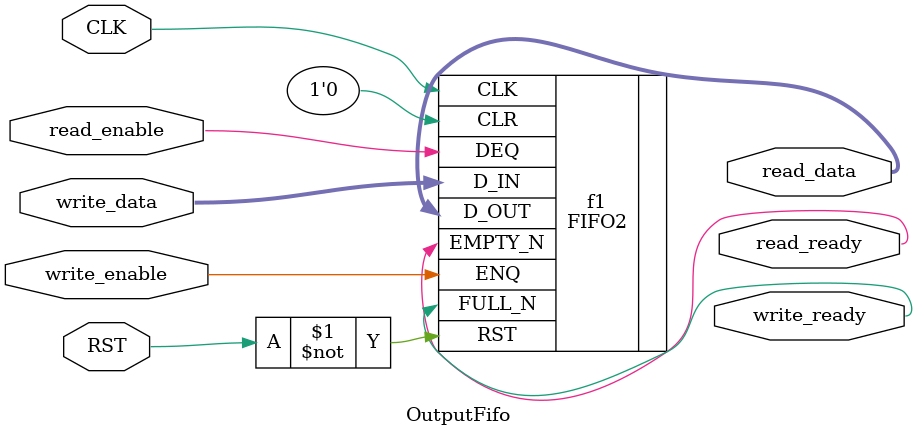
<source format=v>
module Fifo (CLK, RST, write_enable, write_data, read_enable,
                       write_ready,  read_ready, read_data);
   parameter width = 8;

    input CLK, RST;
    input wire [0:0] write_enable;
    input wire [width-1:0] write_data;
    input wire [0:0] read_enable;
    output wire [0:0] write_ready;
    output wire [width-1:0] read_data;
    output wire [0:0] read_ready;

    FIFO2#(.width (width)) f1 (.CLK (CLK), .RST (~RST),
                 .D_IN (write_data),
                 .ENQ (write_enable),
                 .FULL_N (write_ready),
                 .D_OUT (read_data),
                 .DEQ (read_enable),
                 .EMPTY_N (read_ready),
                 .CLR (1'b0)
                );
    
endmodule

module InputFifo (CLK, RST, write_enable, write_data, read_enable,
                            write_ready,  read_ready, read_data);
   parameter width = 8;

    input CLK, RST;
    input wire [0:0] write_enable;
    input wire [width-1:0] write_data;
    input wire [0:0] read_enable;
    output wire [0:0] write_ready;
    output wire [width-1:0] read_data;
    output wire [0:0] read_ready;

    FIFO2#(.width (width)) f1 (.CLK (CLK), .RST (~RST),
                 .D_IN (write_data),
                 .ENQ (write_enable),
                 .FULL_N (write_ready),
                 .D_OUT (read_data),
                 .DEQ (read_enable),
                 .EMPTY_N (read_ready),
                 .CLR (1'b0)
                );
    
endmodule

module OutputFifo (CLK, RST, write_enable, write_data, read_enable,
                            write_ready,  read_ready, read_data);
   parameter width = 8;

    input CLK, RST;
    input wire [0:0] write_enable;
    input wire [width-1:0] write_data;
    input wire [0:0] read_enable;
    output wire [0:0] write_ready;
    output wire [width-1:0] read_data;
    output wire [0:0] read_ready;

    FIFO2#(.width (width)) f1 (.CLK (CLK), .RST (~RST),
                 .D_IN (write_data),
                 .ENQ (write_enable),
                 .FULL_N (write_ready),
                 .D_OUT (read_data),
                 .DEQ (read_enable),
                 .EMPTY_N (read_ready),
                 .CLR (1'b0)
                );
    
endmodule

</source>
